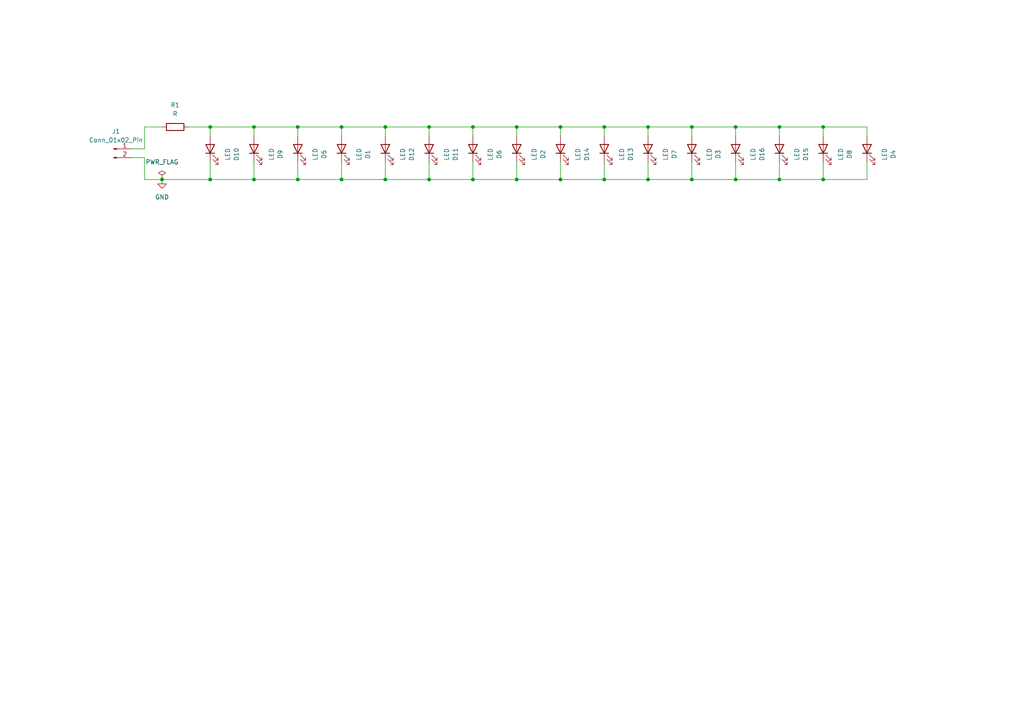
<source format=kicad_sch>
(kicad_sch (version 20250114) (generator "eeschema") (generator_version "9.0")
  (paper "A4")
  (lib_symbols
    (symbol "Connector:Conn_01x02_Pin" (pin_names (offset 1.016) (hide yes))
      (property "Reference" "J" (at 0 2.54 0))
      (property "Value" "Conn_01x02_Pin" (at 0 -5.08 0))
      (symbol "Conn_01x02_Pin_1_1"
        (rectangle (start 0.8636 0.127) (end 0 -0.127) (stroke (width 0.1524)) (fill (type outline)))
        (rectangle (start 0.8636 -2.413) (end 0 -2.667) (stroke (width 0.1524)) (fill (type outline)))
        (polyline (pts (xy 1.27 0) (xy 0.8636 0)) (stroke (width 0.1524)))
        (polyline (pts (xy 1.27 -2.54) (xy 0.8636 -2.54)) (stroke (width 0.1524)))
        (pin passive line (at 5.08 0 180) (length 3.81) (name "Pin_1") (number "1"))
        (pin passive line (at 5.08 -2.54 180) (length 3.81) (name "Pin_2") (number "2"))
      )
    )
    (symbol "Device:LED" (pin_numbers (hide yes)) (pin_names (offset 1.016) (hide yes))
      (property "Reference" "D" (at 0 2.54 0))
      (property "Value" "LED" (at 0 -2.54 0))
      (symbol "LED_0_1"
        (polyline (pts (xy -3.048 -0.762) (xy -4.572 -2.286) (xy -3.81 -2.286) (xy -4.572 -2.286) (xy -4.572 -1.524)))
        (polyline (pts (xy -1.778 -0.762) (xy -3.302 -2.286) (xy -2.54 -2.286) (xy -3.302 -2.286) (xy -3.302 -1.524)))
        (polyline (pts (xy -1.27 0) (xy 1.27 0)))
        (polyline (pts (xy -1.27 -1.27) (xy -1.27 1.27)) (stroke (width 0.254)))
        (polyline (pts (xy 1.27 -1.27) (xy 1.27 1.27) (xy -1.27 0) (xy 1.27 -1.27)) (stroke (width 0.254)))
      )
      (symbol "LED_1_1"
        (pin passive line (at -3.81 0 0) (length 2.54) (name "K") (number "1"))
        (pin passive line (at 3.81 0 180) (length 2.54) (name "A") (number "2"))
      )
    )
    (symbol "Device:R" (pin_numbers (hide yes)) (pin_names (offset 0))
      (property "Reference" "R" (at 2.032 0 90))
      (property "Value" "R" (at 0 0 90))
      (symbol "R_0_1"
        (rectangle (start -1.016 -2.54) (end 1.016 2.54) (stroke (width 0.254)))
      )
      (symbol "R_1_1"
        (pin passive line (at 0 3.81 270) (length 1.27) (name "~") (number "1"))
        (pin passive line (at 0 -3.81 90) (length 1.27) (name "~") (number "2"))
      )
    )
    (symbol "power:GND" (power) (pin_numbers (hide yes)) (pin_names (offset 0) (hide yes))
      (property "Value" "GND" (at 0 -3.81 0))
      (symbol "GND_0_1"
        (polyline (pts (xy 0 0) (xy 0 -1.27) (xy 1.27 -1.27) (xy 0 -2.54) (xy -1.27 -1.27) (xy 0 -1.27)))
      )
      (symbol "GND_1_1"
        (pin power_in line (at 0 0 270) (length 0) (name "~") (number "1"))
      )
    )
    (symbol "power:PWR_FLAG" (power) (pin_numbers (hide yes)) (pin_names (offset 0) (hide yes))
      (property "Value" "PWR_FLAG" (at 0 3.81 0))
      (symbol "PWR_FLAG_0_0"
        (pin power_out line (at 0 0 90) (length 0) (name "~") (number "1"))
      )
      (symbol "PWR_FLAG_0_1"
        (polyline (pts (xy 0 0) (xy 0 1.27) (xy -1.016 1.905) (xy 0 2.54) (xy 1.016 1.905) (xy 0 1.27)))
      )
    )
  )
  (junction (at 99.06 52.07))
  (junction (at 86.36 52.07))
  (junction (at 213.36 52.07))
  (junction (at 111.76 52.07))
  (junction (at 162.56 36.83))
  (junction (at 175.26 52.07))
  (junction (at 137.16 36.83))
  (junction (at 149.86 52.07))
  (junction (at 238.76 36.83))
  (junction (at 226.06 36.83))
  (junction (at 124.46 52.07))
  (junction (at 46.99 52.07))
  (junction (at 187.96 52.07))
  (junction (at 124.46 36.83))
  (junction (at 175.26 36.83))
  (junction (at 149.86 36.83))
  (junction (at 86.36 36.83))
  (junction (at 137.16 52.07))
  (junction (at 187.96 36.83))
  (junction (at 226.06 52.07))
  (junction (at 200.66 52.07))
  (junction (at 73.66 52.07))
  (junction (at 200.66 36.83))
  (junction (at 162.56 52.07))
  (junction (at 73.66 36.83))
  (junction (at 60.96 36.83))
  (junction (at 99.06 36.83))
  (junction (at 213.36 36.83))
  (junction (at 111.76 36.83))
  (junction (at 238.76 52.07))
  (junction (at 60.96 52.07))
  (wire (pts (xy 149.86 52.07) (xy 137.16 52.07)))
  (wire (pts (xy 86.36 36.83) (xy 86.36 39.37)))
  (wire (pts (xy 73.66 36.83) (xy 73.66 39.37)))
  (wire (pts (xy 111.76 46.99) (xy 111.76 52.07)))
  (wire (pts (xy 73.66 46.99) (xy 73.66 52.07)))
  (wire (pts (xy 124.46 36.83) (xy 137.16 36.83)))
  (wire (pts (xy 238.76 46.99) (xy 238.76 52.07)))
  (wire (pts (xy 111.76 52.07) (xy 99.06 52.07)))
  (wire (pts (xy 251.46 46.99) (xy 251.46 52.07)))
  (wire (pts (xy 213.36 36.83) (xy 213.36 39.37)))
  (wire (pts (xy 99.06 36.83) (xy 111.76 36.83)))
  (wire (pts (xy 162.56 52.07) (xy 149.86 52.07)))
  (wire (pts (xy 60.96 46.99) (xy 60.96 52.07)))
  (wire (pts (xy 213.36 52.07) (xy 200.66 52.07)))
  (wire (pts (xy 187.96 36.83) (xy 200.66 36.83)))
  (wire (pts (xy 41.91 36.83) (xy 46.99 36.83)))
  (wire (pts (xy 137.16 52.07) (xy 124.46 52.07)))
  (wire (pts (xy 187.96 46.99) (xy 187.96 52.07)))
  (wire (pts (xy 175.26 36.83) (xy 187.96 36.83)))
  (wire (pts (xy 54.61 36.83) (xy 60.96 36.83)))
  (wire (pts (xy 111.76 36.83) (xy 124.46 36.83)))
  (wire (pts (xy 149.86 36.83) (xy 149.86 39.37)))
  (wire (pts (xy 41.91 45.72) (xy 41.91 52.07)))
  (wire (pts (xy 73.66 36.83) (xy 86.36 36.83)))
  (wire (pts (xy 86.36 52.07) (xy 99.06 52.07)))
  (wire (pts (xy 175.26 52.07) (xy 162.56 52.07)))
  (wire (pts (xy 213.36 46.99) (xy 213.36 52.07)))
  (wire (pts (xy 149.86 46.99) (xy 149.86 52.07)))
  (wire (pts (xy 73.66 52.07) (xy 86.36 52.07)))
  (wire (pts (xy 200.66 46.99) (xy 200.66 52.07)))
  (wire (pts (xy 124.46 52.07) (xy 111.76 52.07)))
  (wire (pts (xy 137.16 36.83) (xy 137.16 39.37)))
  (wire (pts (xy 200.66 36.83) (xy 200.66 39.37)))
  (wire (pts (xy 46.99 52.07) (xy 60.96 52.07)))
  (wire (pts (xy 86.36 36.83) (xy 99.06 36.83)))
  (wire (pts (xy 137.16 36.83) (xy 149.86 36.83)))
  (wire (pts (xy 162.56 36.83) (xy 175.26 36.83)))
  (wire (pts (xy 149.86 36.83) (xy 162.56 36.83)))
  (wire (pts (xy 187.96 36.83) (xy 187.96 39.37)))
  (wire (pts (xy 238.76 52.07) (xy 226.06 52.07)))
  (wire (pts (xy 213.36 36.83) (xy 226.06 36.83)))
  (wire (pts (xy 60.96 36.83) (xy 60.96 39.37)))
  (wire (pts (xy 111.76 36.83) (xy 111.76 39.37)))
  (wire (pts (xy 162.56 36.83) (xy 162.56 39.37)))
  (wire (pts (xy 200.66 36.83) (xy 213.36 36.83)))
  (wire (pts (xy 41.91 36.83) (xy 41.91 43.18)))
  (wire (pts (xy 124.46 36.83) (xy 124.46 39.37)))
  (wire (pts (xy 41.91 45.72) (xy 38.1 45.72)))
  (wire (pts (xy 60.96 36.83) (xy 73.66 36.83)))
  (wire (pts (xy 238.76 36.83) (xy 251.46 36.83)))
  (wire (pts (xy 175.26 36.83) (xy 175.26 39.37)))
  (wire (pts (xy 137.16 46.99) (xy 137.16 52.07)))
  (wire (pts (xy 226.06 46.99) (xy 226.06 52.07)))
  (wire (pts (xy 175.26 46.99) (xy 175.26 52.07)))
  (wire (pts (xy 251.46 36.83) (xy 251.46 39.37)))
  (wire (pts (xy 124.46 46.99) (xy 124.46 52.07)))
  (wire (pts (xy 60.96 52.07) (xy 73.66 52.07)))
  (wire (pts (xy 226.06 36.83) (xy 238.76 36.83)))
  (wire (pts (xy 226.06 39.37) (xy 226.06 36.83)))
  (wire (pts (xy 251.46 52.07) (xy 238.76 52.07)))
  (wire (pts (xy 99.06 36.83) (xy 99.06 39.37)))
  (wire (pts (xy 226.06 52.07) (xy 213.36 52.07)))
  (wire (pts (xy 238.76 39.37) (xy 238.76 36.83)))
  (wire (pts (xy 86.36 46.99) (xy 86.36 52.07)))
  (wire (pts (xy 99.06 46.99) (xy 99.06 52.07)))
  (wire (pts (xy 41.91 52.07) (xy 46.99 52.07)))
  (wire (pts (xy 162.56 46.99) (xy 162.56 52.07)))
  (wire (pts (xy 187.96 52.07) (xy 175.26 52.07)))
  (wire (pts (xy 200.66 52.07) (xy 187.96 52.07)))
  (wire (pts (xy 41.91 43.18) (xy 38.1 43.18)))
  (symbol (lib_id "Device:LED") (at 60.96 43.18 90) (unit 1)
    (property "Reference" "D10" (at 68.58 44.7675 0))
    (property "Value" "LED" (at 66.04 44.7675 0))
    (property "Footprint" "LED_THT:LED_D5.0mm" (effects (hide yes)))
    (property "Description" "Light emitting diode" (effects (hide yes)))
    (property "Sim.Pins" "1=K 2=A" (effects (hide yes)))
  )
  (symbol (lib_id "Device:R") (at 50.8 36.83 90) (unit 1)
    (property "Reference" "R1" (at 50.8 30.48 90))
    (property "Value" "R" (at 50.8 33.02 90))
    (property "Footprint" "Resistor_THT:R_Axial_DIN0207_L6.3mm_D2.5mm_P10.16mm_Horizontal" (effects (hide yes)))
    (property "Description" "Resistor" (effects (hide yes)))
  )
  (symbol (lib_id "Device:LED") (at 124.46 43.18 90) (unit 1)
    (property "Reference" "D11" (at 132.08 44.7675 0))
    (property "Value" "LED" (at 129.54 44.7675 0))
    (property "Footprint" "LED_THT:LED_D5.0mm" (effects (hide yes)))
    (property "Description" "Light emitting diode" (effects (hide yes)))
    (property "Sim.Pins" "1=K 2=A" (effects (hide yes)))
  )
  (symbol (lib_id "Device:LED") (at 99.06 43.18 90) (unit 1)
    (property "Reference" "D1" (at 106.68 44.7675 0))
    (property "Value" "LED" (at 104.14 44.7675 0))
    (property "Footprint" "LED_THT:LED_D5.0mm" (effects (hide yes)))
    (property "Description" "Light emitting diode" (effects (hide yes)))
    (property "Sim.Pins" "1=K 2=A" (effects (hide yes)))
  )
  (symbol (lib_id "power:GND") (at 46.99 52.07 0) (unit 1)
    (property "Reference" "#PWR01" (effects (hide yes)))
    (property "Value" "GND" (at 46.99 57.15 0))
    (property "Description" "Power symbol creates a global label with name \"GND\" , ground" (effects (hide yes)))
  )
  (symbol (lib_id "Device:LED") (at 162.56 43.18 90) (unit 1)
    (property "Reference" "D14" (at 170.18 44.7675 0))
    (property "Value" "LED" (at 167.64 44.7675 0))
    (property "Footprint" "LED_THT:LED_D5.0mm" (effects (hide yes)))
    (property "Description" "Light emitting diode" (effects (hide yes)))
    (property "Sim.Pins" "1=K 2=A" (effects (hide yes)))
  )
  (symbol (lib_id "Device:LED") (at 238.76 43.18 90) (unit 1)
    (property "Reference" "D8" (at 246.38 44.7675 0))
    (property "Value" "LED" (at 243.84 44.7675 0))
    (property "Footprint" "LED_THT:LED_D5.0mm" (effects (hide yes)))
    (property "Description" "Light emitting diode" (effects (hide yes)))
    (property "Sim.Pins" "1=K 2=A" (effects (hide yes)))
  )
  (symbol (lib_id "Device:LED") (at 86.36 43.18 90) (unit 1)
    (property "Reference" "D5" (at 93.98 44.7675 0))
    (property "Value" "LED" (at 91.44 44.7675 0))
    (property "Footprint" "LED_THT:LED_D5.0mm" (effects (hide yes)))
    (property "Description" "Light emitting diode" (effects (hide yes)))
    (property "Sim.Pins" "1=K 2=A" (effects (hide yes)))
  )
  (symbol (lib_id "Device:LED") (at 175.26 43.18 90) (unit 1)
    (property "Reference" "D13" (at 182.88 44.7675 0))
    (property "Value" "LED" (at 180.34 44.7675 0))
    (property "Footprint" "LED_THT:LED_D5.0mm" (effects (hide yes)))
    (property "Description" "Light emitting diode" (effects (hide yes)))
    (property "Sim.Pins" "1=K 2=A" (effects (hide yes)))
  )
  (symbol (lib_id "Device:LED") (at 187.96 43.18 90) (unit 1)
    (property "Reference" "D7" (at 195.58 44.7675 0))
    (property "Value" "LED" (at 193.04 44.7675 0))
    (property "Footprint" "LED_THT:LED_D5.0mm" (effects (hide yes)))
    (property "Description" "Light emitting diode" (effects (hide yes)))
    (property "Sim.Pins" "1=K 2=A" (effects (hide yes)))
  )
  (symbol (lib_id "Device:LED") (at 251.46 43.18 90) (unit 1)
    (property "Reference" "D4" (at 259.08 44.7675 0))
    (property "Value" "LED" (at 256.54 44.7675 0))
    (property "Footprint" "LED_THT:LED_D5.0mm" (effects (hide yes)))
    (property "Description" "Light emitting diode" (effects (hide yes)))
    (property "Sim.Pins" "1=K 2=A" (effects (hide yes)))
  )
  (symbol (lib_id "Device:LED") (at 226.06 43.18 90) (unit 1)
    (property "Reference" "D15" (at 233.68 44.7675 0))
    (property "Value" "LED" (at 231.14 44.7675 0))
    (property "Footprint" "LED_THT:LED_D5.0mm" (effects (hide yes)))
    (property "Description" "Light emitting diode" (effects (hide yes)))
    (property "Sim.Pins" "1=K 2=A" (effects (hide yes)))
  )
  (symbol (lib_id "Device:LED") (at 200.66 43.18 90) (unit 1)
    (property "Reference" "D3" (at 208.28 44.7675 0))
    (property "Value" "LED" (at 205.74 44.7675 0))
    (property "Footprint" "LED_THT:LED_D5.0mm" (effects (hide yes)))
    (property "Description" "Light emitting diode" (effects (hide yes)))
    (property "Sim.Pins" "1=K 2=A" (effects (hide yes)))
  )
  (symbol (lib_id "Device:LED") (at 111.76 43.18 90) (unit 1)
    (property "Reference" "D12" (at 119.38 44.7675 0))
    (property "Value" "LED" (at 116.84 44.7675 0))
    (property "Footprint" "LED_THT:LED_D5.0mm" (effects (hide yes)))
    (property "Description" "Light emitting diode" (effects (hide yes)))
    (property "Sim.Pins" "1=K 2=A" (effects (hide yes)))
  )
  (symbol (lib_id "Device:LED") (at 73.66 43.18 90) (unit 1)
    (property "Reference" "D9" (at 81.28 44.7675 0))
    (property "Value" "LED" (at 78.74 44.7675 0))
    (property "Footprint" "LED_THT:LED_D5.0mm" (effects (hide yes)))
    (property "Description" "Light emitting diode" (effects (hide yes)))
    (property "Sim.Pins" "1=K 2=A" (effects (hide yes)))
  )
  (symbol (lib_id "Device:LED") (at 137.16 43.18 90) (unit 1)
    (property "Reference" "D6" (at 144.78 44.7675 0))
    (property "Value" "LED" (at 142.24 44.7675 0))
    (property "Footprint" "LED_THT:LED_D5.0mm" (effects (hide yes)))
    (property "Description" "Light emitting diode" (effects (hide yes)))
    (property "Sim.Pins" "1=K 2=A" (effects (hide yes)))
  )
  (symbol (lib_id "Device:LED") (at 149.86 43.18 90) (unit 1)
    (property "Reference" "D2" (at 157.48 44.7675 0))
    (property "Value" "LED" (at 154.94 44.7675 0))
    (property "Footprint" "LED_THT:LED_D5.0mm" (effects (hide yes)))
    (property "Description" "Light emitting diode" (effects (hide yes)))
    (property "Sim.Pins" "1=K 2=A" (effects (hide yes)))
  )
  (symbol (lib_id "Device:LED") (at 213.36 43.18 90) (unit 1)
    (property "Reference" "D16" (at 220.98 44.7675 0))
    (property "Value" "LED" (at 218.44 44.7675 0))
    (property "Footprint" "LED_THT:LED_D5.0mm" (effects (hide yes)))
    (property "Description" "Light emitting diode" (effects (hide yes)))
    (property "Sim.Pins" "1=K 2=A" (effects (hide yes)))
  )
  (symbol (lib_id "Connector:Conn_01x02_Pin") (at 33.02 43.18 0) (unit 1)
    (property "Reference" "J1" (at 33.655 38.1 0))
    (property "Value" "Conn_01x02_Pin" (at 33.655 40.64 0))
    (property "Footprint" "Connector_PinHeader_2.54mm:PinHeader_1x02_P2.54mm_Horizontal" (effects (hide yes)))
    (property "Description" "Generic connector, single row, 01x02, script generated" (effects (hide yes)))
  )
  (symbol (lib_id "power:PWR_FLAG") (at 46.99 52.07 0) (unit 1)
    (property "Reference" "#FLG01" (effects (hide yes)))
    (property "Value" "PWR_FLAG" (at 46.99 46.99 0))
    (property "Description" "Special symbol for telling ERC where power comes from" (effects (hide yes)))
  )
)
</source>
